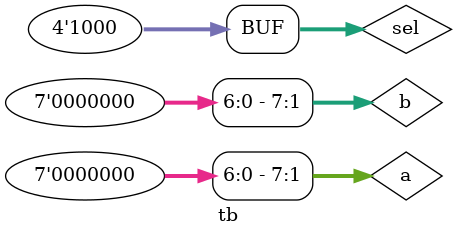
<source format=v>
module tb;
  localparam n = 8;
  reg [n-1:0]a, b;
  reg [3:0]sel;
  wire [n:0]y;
  

  ALU w(a, b, sel, y);
  
  initial begin
    $monitor("a=%b, b=%b, sel=%b, y=%b", a, b, sel, y);
    $dumpfile("dump.vcd"); $dumpvars;
    a = 4'b0100; b= 4'b0001;
    
    sel=3'd0;
    #1;
    repeat(8) begin
      a = $random;
      b = $random;
    sel = sel+1;
    #1;
    end
  end
endmodule

</source>
